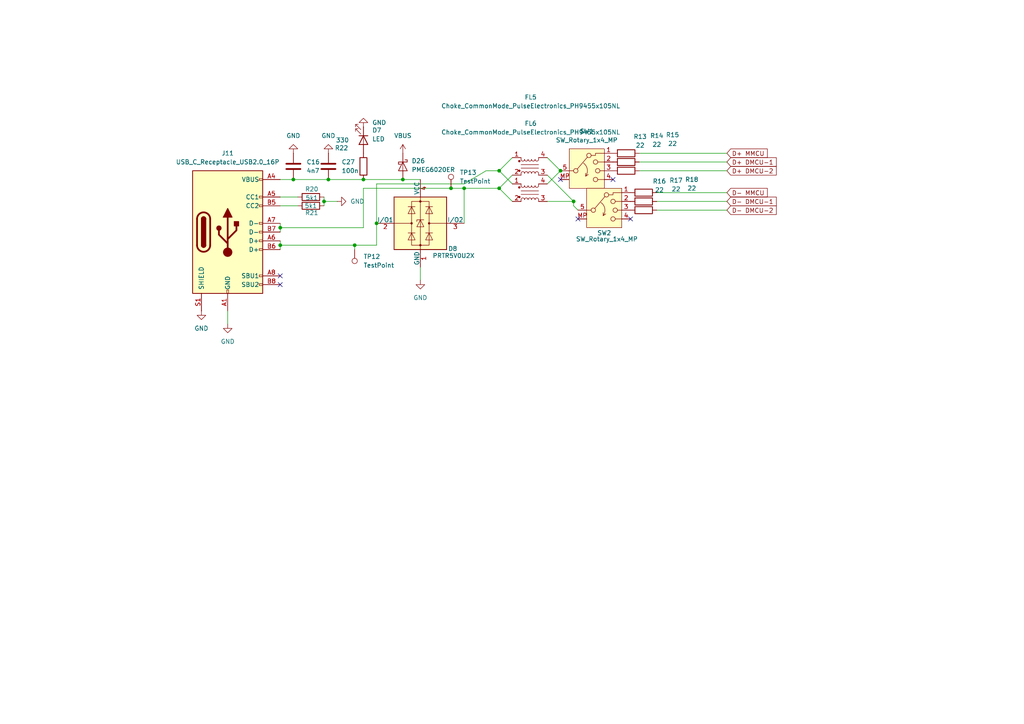
<source format=kicad_sch>
(kicad_sch (version 20250114) (generator "eeschema") (generator_version "9.0")
  (paper "A4")
  (lib_symbols
    (symbol "Connector:TestPoint" (pin_numbers (hide yes)) (pin_names (offset 0.762) (hide yes))
      (property "Reference" "TP" (at 0 6.858 0))
      (property "Value" "TestPoint" (at 0 5.08 0))
      (symbol "TestPoint_0_1"
        (circle (center 0 3.302) (radius 0.762))
      )
      (symbol "TestPoint_1_1"
        (pin passive line (at 0 0 90) (length 2.54) (name "1") (number "1"))
      )
    )
    (symbol "Connector:USB_C_Receptacle_USB2.0_16P" (pin_names (offset 1.016))
      (property "Reference" "J" (at 0 22.225 0))
      (property "Value" "USB_C_Receptacle_USB2.0_16P" (at 0 19.685 0))
      (symbol "USB_C_Receptacle_USB2.0_16P_0_0"
        (rectangle (start -0.254 -17.78) (end 0.254 -16.764))
        (rectangle (start 10.16 15.494) (end 9.144 14.986))
        (rectangle (start 10.16 10.414) (end 9.144 9.906))
        (rectangle (start 10.16 7.874) (end 9.144 7.366))
        (rectangle (start 10.16 2.794) (end 9.144 2.286))
        (rectangle (start 10.16 0.254) (end 9.144 -0.254))
        (rectangle (start 10.16 -2.286) (end 9.144 -2.794))
        (rectangle (start 10.16 -4.826) (end 9.144 -5.334))
        (rectangle (start 10.16 -12.446) (end 9.144 -12.954))
        (rectangle (start 10.16 -14.986) (end 9.144 -15.494))
      )
      (symbol "USB_C_Receptacle_USB2.0_16P_0_1"
        (rectangle (start -10.16 17.78) (end 10.16 -17.78) (stroke (width 0.254)) (fill (type background)))
        (polyline (pts (xy -8.89 -3.81) (xy -8.89 3.81)) (stroke (width 0.508)))
        (rectangle (start -7.62 -3.81) (end -6.35 3.81) (stroke (width 0.254)) (fill (type outline)))
        (arc (start -7.62 3.81) (mid -6.985 4.4423) (end -6.35 3.81) (stroke (width 0.254)))
        (arc (start -7.62 3.81) (mid -6.985 4.4423) (end -6.35 3.81) (stroke (width 0.254)) (fill (type outline)))
        (arc (start -8.89 3.81) (mid -6.985 5.7067) (end -5.08 3.81) (stroke (width 0.508)))
        (arc (start -5.08 -3.81) (mid -6.985 -5.7067) (end -8.89 -3.81) (stroke (width 0.508)))
        (arc (start -6.35 -3.81) (mid -6.985 -4.4423) (end -7.62 -3.81) (stroke (width 0.254)))
        (arc (start -6.35 -3.81) (mid -6.985 -4.4423) (end -7.62 -3.81) (stroke (width 0.254)) (fill (type outline)))
        (polyline (pts (xy -5.08 3.81) (xy -5.08 -3.81)) (stroke (width 0.508)))
        (circle (center -2.54 1.143) (radius 0.635) (stroke (width 0.254)) (fill (type outline)))
        (polyline (pts (xy -1.27 4.318) (xy 0 6.858) (xy 1.27 4.318) (xy -1.27 4.318)) (stroke (width 0.254)) (fill (type outline)))
        (polyline (pts (xy 0 -2.032) (xy 2.54 0.508) (xy 2.54 1.778)) (stroke (width 0.508)))
        (polyline (pts (xy 0 -3.302) (xy -2.54 -0.762) (xy -2.54 0.508)) (stroke (width 0.508)))
        (polyline (pts (xy 0 -5.842) (xy 0 4.318)) (stroke (width 0.508)))
        (circle (center 0 -5.842) (radius 1.27) (fill (type outline)))
        (rectangle (start 1.905 1.778) (end 3.175 3.048) (stroke (width 0.254)) (fill (type outline)))
      )
      (symbol "USB_C_Receptacle_USB2.0_16P_1_1"
        (pin passive line (at -7.62 -22.86 90) (length 5.08) (name "SHIELD") (number "S1"))
        (pin passive line (at 0 -22.86 90) (length 5.08) (name "GND") (number "A1"))
        (pin passive line (at 0 -22.86 90) (length 5.08) (hide yes) (name "GND") (number "A12"))
        (pin passive line (at 0 -22.86 90) (length 5.08) (hide yes) (name "GND") (number "B1"))
        (pin passive line (at 0 -22.86 90) (length 5.08) (hide yes) (name "GND") (number "B12"))
        (pin passive line (at 15.24 15.24 180) (length 5.08) (name "VBUS") (number "A4"))
        (pin passive line (at 15.24 15.24 180) (length 5.08) (hide yes) (name "VBUS") (number "A9"))
        (pin passive line (at 15.24 15.24 180) (length 5.08) (hide yes) (name "VBUS") (number "B4"))
        (pin passive line (at 15.24 15.24 180) (length 5.08) (hide yes) (name "VBUS") (number "B9"))
        (pin bidirectional line (at 15.24 10.16 180) (length 5.08) (name "CC1") (number "A5"))
        (pin bidirectional line (at 15.24 7.62 180) (length 5.08) (name "CC2") (number "B5"))
        (pin bidirectional line (at 15.24 2.54 180) (length 5.08) (name "D-") (number "A7"))
        (pin bidirectional line (at 15.24 0 180) (length 5.08) (name "D-") (number "B7"))
        (pin bidirectional line (at 15.24 -2.54 180) (length 5.08) (name "D+") (number "A6"))
        (pin bidirectional line (at 15.24 -5.08 180) (length 5.08) (name "D+") (number "B6"))
        (pin bidirectional line (at 15.24 -12.7 180) (length 5.08) (name "SBU1") (number "A8"))
        (pin bidirectional line (at 15.24 -15.24 180) (length 5.08) (name "SBU2") (number "B8"))
      )
    )
    (symbol "Device:C" (pin_numbers (hide yes)) (pin_names (offset 0.254))
      (property "Reference" "C" (at 0.635 2.54 0))
      (property "Value" "C" (at 0.635 -2.54 0))
      (symbol "C_0_1"
        (polyline (pts (xy -2.032 0.762) (xy 2.032 0.762)) (stroke (width 0.508)))
        (polyline (pts (xy -2.032 -0.762) (xy 2.032 -0.762)) (stroke (width 0.508)))
      )
      (symbol "C_1_1"
        (pin passive line (at 0 3.81 270) (length 2.794) (name "~") (number "1"))
        (pin passive line (at 0 -3.81 90) (length 2.794) (name "~") (number "2"))
      )
    )
    (symbol "Device:LED" (pin_numbers (hide yes)) (pin_names (offset 1.016) (hide yes))
      (property "Reference" "D" (at 0 2.54 0))
      (property "Value" "LED" (at 0 -2.54 0))
      (symbol "LED_0_1"
        (polyline (pts (xy -3.048 -0.762) (xy -4.572 -2.286) (xy -3.81 -2.286) (xy -4.572 -2.286) (xy -4.572 -1.524)))
        (polyline (pts (xy -1.778 -0.762) (xy -3.302 -2.286) (xy -2.54 -2.286) (xy -3.302 -2.286) (xy -3.302 -1.524)))
        (polyline (pts (xy -1.27 0) (xy 1.27 0)))
        (polyline (pts (xy -1.27 -1.27) (xy -1.27 1.27)) (stroke (width 0.254)))
        (polyline (pts (xy 1.27 -1.27) (xy 1.27 1.27) (xy -1.27 0) (xy 1.27 -1.27)) (stroke (width 0.254)))
      )
      (symbol "LED_1_1"
        (pin passive line (at -3.81 0 0) (length 2.54) (name "K") (number "1"))
        (pin passive line (at 3.81 0 180) (length 2.54) (name "A") (number "2"))
      )
    )
    (symbol "Device:R" (pin_numbers (hide yes)) (pin_names (offset 0))
      (property "Reference" "R" (at 2.032 0 90))
      (property "Value" "R" (at 0 0 90))
      (symbol "R_0_1"
        (rectangle (start -1.016 -2.54) (end 1.016 2.54) (stroke (width 0.254)))
      )
      (symbol "R_1_1"
        (pin passive line (at 0 3.81 270) (length 1.27) (name "~") (number "1"))
        (pin passive line (at 0 -3.81 90) (length 1.27) (name "~") (number "2"))
      )
    )
    (symbol "Diode:PMEG6020ER" (pin_numbers (hide yes)) (pin_names (hide yes))
      (property "Reference" "D" (at 0 2.54 0))
      (property "Value" "PMEG6020ER" (at 0 -2.54 0))
      (symbol "PMEG6020ER_0_1"
        (polyline (pts (xy -1.905 0.635) (xy -1.905 1.27) (xy -1.27 1.27) (xy -1.27 -1.27) (xy -0.635 -1.27) (xy -0.635 -0.635)) (stroke (width 0.2032)))
        (polyline (pts (xy 1.27 1.27) (xy 1.27 -1.27) (xy -1.27 0) (xy 1.27 1.27)) (stroke (width 0.2032)))
        (polyline (pts (xy 1.27 0) (xy -1.27 0)))
      )
      (symbol "PMEG6020ER_1_1"
        (pin passive line (at -3.81 0 0) (length 2.54) (name "K") (number "1"))
        (pin passive line (at 3.81 0 180) (length 2.54) (name "A") (number "2"))
      )
    )
    (symbol "Filter:Choke_CommonMode_PulseElectronics_PH9455x105NL" (pin_names (hide yes))
      (property "Reference" "FL" (at 0 5.08 0))
      (property "Value" "Choke_CommonMode_PulseElectronics_PH9455x105NL" (at 0 -5.08 0))
      (symbol "Choke_CommonMode_PulseElectronics_PH9455x105NL_1_1"
        (circle (center -3.048 1.524) (radius 0.254) (fill (type outline)))
        (circle (center -3.048 -1.27) (radius 0.254) (fill (type outline)))
        (polyline (pts (xy -2.54 2.032) (xy -2.54 2.54)))
        (polyline (pts (xy -2.54 0.508) (xy 2.54 0.508)))
        (polyline (pts (xy -2.54 -2.032) (xy -2.54 -2.54)))
        (arc (start -1.524 2.032) (mid -2.032 1.5262) (end -2.54 2.032))
        (arc (start -2.54 -2.032) (mid -2.032 -1.5262) (end -1.524 -2.032))
        (arc (start -0.508 2.032) (mid -1.016 1.5262) (end -1.524 2.032))
        (arc (start -1.524 -2.032) (mid -1.016 -1.5262) (end -0.508 -2.032))
        (arc (start 0.508 2.032) (mid 0 1.5262) (end -0.508 2.032))
        (arc (start -0.508 -2.032) (mid 0 -1.5262) (end 0.508 -2.032))
        (arc (start 1.524 2.032) (mid 1.016 1.5262) (end 0.508 2.032))
        (arc (start 0.508 -2.032) (mid 1.016 -1.5262) (end 1.524 -2.032))
        (arc (start 2.54 2.032) (mid 2.032 1.5262) (end 1.524 2.032))
        (arc (start 1.524 -2.032) (mid 2.032 -1.5262) (end 2.54 -2.032))
        (polyline (pts (xy 2.54 2.54) (xy 2.54 2.032)))
        (polyline (pts (xy 2.54 -0.508) (xy -2.54 -0.508)))
        (polyline (pts (xy 2.54 -2.032) (xy 2.54 -2.54)))
        (pin passive line (at -5.08 2.54 0) (length 2.54) (name "1") (number "1"))
        (pin passive line (at -5.08 -2.54 0) (length 2.54) (name "2") (number "2"))
        (pin passive line (at 5.08 2.54 180) (length 2.54) (name "4") (number "4"))
        (pin passive line (at 5.08 -2.54 180) (length 2.54) (name "3") (number "3"))
      )
    )
    (symbol "Power_Protection:PRTR5V0U2X" (pin_names (offset 0))
      (property "Reference" "D" (at 2.794 8.636 0))
      (property "Value" "PRTR5V0U2X" (at 8.128 -9.398 0))
      (symbol "PRTR5V0U2X_0_1"
        (rectangle (start -7.62 -7.62) (end 7.62 7.62) (stroke (width 0.254)) (fill (type background)))
        (polyline (pts (xy -3.556 2.794) (xy -1.524 2.794) (xy -2.54 4.826) (xy -3.556 2.794)))
        (polyline (pts (xy -3.556 -4.826) (xy -1.524 -4.826) (xy -2.54 -2.794) (xy -3.556 -4.826)))
        (rectangle (start -2.54 6.35) (end 2.54 -6.35))
        (circle (center -2.54 0) (radius 0.254) (fill (type outline)))
        (polyline (pts (xy -2.54 0) (xy -7.62 0)))
        (polyline (pts (xy -1.524 4.826) (xy -3.556 4.826)))
        (polyline (pts (xy -1.524 -2.794) (xy -3.556 -2.794)))
        (polyline (pts (xy -1.016 -1.016) (xy 1.016 -1.016) (xy 0 1.016) (xy -1.016 -1.016)))
        (circle (center 0 6.35) (radius 0.254) (fill (type outline)))
        (circle (center 0 -6.35) (radius 0.254) (fill (type outline)))
        (polyline (pts (xy 0 -7.62) (xy 0 7.62)))
        (polyline (pts (xy 1.016 1.016) (xy -1.016 1.016) (xy -1.016 0.508)))
        (polyline (pts (xy 1.524 4.826) (xy 3.556 4.826)))
        (polyline (pts (xy 1.524 -2.794) (xy 3.556 -2.794)))
        (polyline (pts (xy 2.54 0) (xy 7.62 0)))
        (circle (center 2.54 0) (radius 0.254) (fill (type outline)))
        (polyline (pts (xy 3.556 2.794) (xy 1.524 2.794) (xy 2.54 4.826) (xy 3.556 2.794)))
        (polyline (pts (xy 3.556 -4.826) (xy 1.524 -4.826) (xy 2.54 -2.794) (xy 3.556 -4.826)))
      )
      (symbol "PRTR5V0U2X_1_1"
        (pin passive line (at -12.7 0 0) (length 5.08) (name "I/O1") (number "2"))
        (pin passive line (at 0 12.7 270) (length 5.08) (name "VCC") (number "4"))
        (pin passive line (at 0 -12.7 90) (length 5.08) (name "GND") (number "1"))
        (pin passive line (at 12.7 0 180) (length 5.08) (name "I/O2") (number "3"))
      )
    )
    (symbol "Switch:SW_Rotary_1x4_MP" (pin_names (hide yes))
      (property "Reference" "SW" (at 0 7.62 0))
      (property "Value" "SW_Rotary_1x4_MP" (at 8.89 -6.35 0))
      (symbol "SW_Rotary_1x4_MP_0_1"
        (polyline (pts (xy -5.08 0) (xy -3.81 0)))
        (circle (center -3.175 0) (radius 0.635))
        (polyline (pts (xy -2.7432 0.508) (xy 0.2032 3.9624)))
        (arc (start -0.9526 2.2225) (mid 0.154 0.449) (end -0.3176 -1.5875))
        (polyline (pts (xy -0.3176 -1.5875) (xy -0.3176 -0.6985)))
        (polyline (pts (xy -0.3176 -1.5875) (xy -0.3176 -1.5875)))
        (polyline (pts (xy -0.3176 -1.5875) (xy 0.4444 -1.0795)))
        (polyline (pts (xy 0.3174 -1.5875) (xy 0.3174 -1.5875)))
        (circle (center 0.635 4.445) (radius 0.635))
        (circle (center 2.54 2.54) (radius 0.635))
        (circle (center 2.54 -2.54) (radius 0.635))
        (circle (center 3.175 0) (radius 0.635))
        (polyline (pts (xy 5.08 5.08) (xy 2.54 5.08) (xy 2.54 4.445) (xy 1.27 4.445)))
        (polyline (pts (xy 5.08 2.54) (xy 3.175 2.54)))
        (polyline (pts (xy 5.08 0) (xy 3.81 0)))
        (polyline (pts (xy 5.08 -2.54) (xy 3.175 -2.54)))
      )
      (symbol "SW_Rotary_1x4_MP_1_1"
        (polyline (pts (xy -5.08 6.35) (xy 5.08 6.35) (xy 5.08 -5.08) (xy -5.08 -5.08) (xy -5.08 6.35) (xy -5.08 6.35)) (fill (type background)))
        (pin passive line (at -7.62 0 0) (length 2.54) (name "") (number "5"))
        (pin passive line (at -7.62 -2.54 0) (length 2.54) (name "") (number "MP"))
        (pin passive line (at 7.62 5.08 180) (length 2.54) (name "") (number "1"))
        (pin passive line (at 7.62 2.54 180) (length 2.54) (name "") (number "2"))
        (pin passive line (at 7.62 0 180) (length 2.54) (name "") (number "3"))
        (pin passive line (at 7.62 -2.54 180) (length 2.54) (name "") (number "4"))
      )
    )
    (symbol "power:GND" (power) (pin_numbers (hide yes)) (pin_names (offset 0) (hide yes))
      (property "Value" "GND" (at 0 -3.81 0))
      (symbol "GND_0_1"
        (polyline (pts (xy 0 0) (xy 0 -1.27) (xy 1.27 -1.27) (xy 0 -2.54) (xy -1.27 -1.27) (xy 0 -1.27)))
      )
      (symbol "GND_1_1"
        (pin power_in line (at 0 0 270) (length 0) (name "~") (number "1"))
      )
    )
    (symbol "power:VBUS" (power) (pin_numbers (hide yes)) (pin_names (offset 0) (hide yes))
      (property "Value" "VBUS" (at 0 3.556 0))
      (symbol "VBUS_0_1"
        (polyline (pts (xy -0.762 1.27) (xy 0 2.54)))
        (polyline (pts (xy 0 2.54) (xy 0.762 1.27)))
        (polyline (pts (xy 0 0) (xy 0 2.54)))
      )
      (symbol "VBUS_1_1"
        (pin power_in line (at 0 0 90) (length 0) (name "~") (number "1"))
      )
    )
  )
  (junction (at 81.28 71.12))
  (junction (at 95.25 52.07))
  (junction (at 102.87 71.12))
  (junction (at 134.62 54.61))
  (junction (at 85.09 52.07))
  (junction (at 144.78 49.53))
  (junction (at 130.81 54.61))
  (junction (at 162.56 49.53))
  (junction (at 109.22 64.77))
  (junction (at 116.84 52.07))
  (junction (at 81.28 66.04))
  (junction (at 93.98 58.42))
  (junction (at 166.37 58.42))
  (junction (at 144.78 54.61))
  (junction (at 105.41 52.07))
  (no_connect (at 167.64 63.5))
  (no_connect (at 81.28 82.55))
  (no_connect (at 177.8 52.07))
  (no_connect (at 81.28 80.01))
  (no_connect (at 182.88 63.5))
  (no_connect (at 162.56 52.07))
  (wire (pts (xy 81.28 66.04) (xy 81.28 67.31)))
  (wire (pts (xy 210.82 46.99) (xy 185.42 46.99)))
  (wire (pts (xy 144.78 54.61) (xy 148.59 58.42)))
  (wire (pts (xy 109.22 53.34) (xy 134.62 53.34)))
  (wire (pts (xy 93.98 58.42) (xy 97.79 58.42)))
  (wire (pts (xy 144.78 49.53) (xy 148.59 45.72)))
  (wire (pts (xy 144.78 54.61) (xy 148.59 50.8)))
  (wire (pts (xy 93.98 57.15) (xy 93.98 58.42)))
  (wire (pts (xy 95.25 52.07) (xy 105.41 52.07)))
  (wire (pts (xy 109.22 64.77) (xy 109.22 53.34)))
  (wire (pts (xy 158.75 50.8) (xy 166.37 58.42)))
  (wire (pts (xy 130.81 54.61) (xy 134.62 54.61)))
  (wire (pts (xy 121.92 77.47) (xy 121.92 81.28)))
  (wire (pts (xy 81.28 57.15) (xy 86.36 57.15)))
  (wire (pts (xy 81.28 71.12) (xy 102.87 71.12)))
  (wire (pts (xy 210.82 44.45) (xy 185.42 44.45)))
  (wire (pts (xy 81.28 52.07) (xy 85.09 52.07)))
  (wire (pts (xy 81.28 69.85) (xy 81.28 71.12)))
  (wire (pts (xy 105.41 54.61) (xy 130.81 54.61)))
  (wire (pts (xy 85.09 52.07) (xy 95.25 52.07)))
  (wire (pts (xy 144.78 49.53) (xy 148.59 53.34)))
  (wire (pts (xy 105.41 66.04) (xy 105.41 54.61)))
  (wire (pts (xy 166.37 59.69) (xy 166.37 58.42)))
  (wire (pts (xy 105.41 52.07) (xy 116.84 52.07)))
  (wire (pts (xy 66.04 93.98) (xy 66.04 90.17)))
  (wire (pts (xy 166.37 59.69) (xy 167.64 60.96)))
  (wire (pts (xy 134.62 54.61) (xy 144.78 54.61)))
  (wire (pts (xy 116.84 52.07) (xy 121.92 52.07)))
  (wire (pts (xy 134.62 53.34) (xy 140.97 49.53)))
  (wire (pts (xy 81.28 66.04) (xy 105.41 66.04)))
  (wire (pts (xy 81.28 59.69) (xy 86.36 59.69)))
  (wire (pts (xy 81.28 64.77) (xy 81.28 66.04)))
  (wire (pts (xy 140.97 49.53) (xy 144.78 49.53)))
  (wire (pts (xy 102.87 72.39) (xy 102.87 71.12)))
  (wire (pts (xy 109.22 71.12) (xy 109.22 64.77)))
  (wire (pts (xy 210.82 55.88) (xy 190.5 55.88)))
  (wire (pts (xy 158.75 53.34) (xy 162.56 49.53)))
  (wire (pts (xy 134.62 54.61) (xy 134.62 64.77)))
  (wire (pts (xy 210.82 58.42) (xy 190.5 58.42)))
  (wire (pts (xy 102.87 71.12) (xy 109.22 71.12)))
  (wire (pts (xy 158.75 45.72) (xy 162.56 49.53)))
  (wire (pts (xy 158.75 58.42) (xy 166.37 58.42)))
  (wire (pts (xy 93.98 58.42) (xy 93.98 59.69)))
  (wire (pts (xy 210.82 49.53) (xy 185.42 49.53)))
  (wire (pts (xy 81.28 71.12) (xy 81.28 72.39)))
  (wire (pts (xy 210.82 60.96) (xy 190.5 60.96)))
  (global_label "D+ DMCU-1" (shape input) (at 210.82 46.99 0) (property "Intersheetrefs" "${INTERSHEET_REFS}" (effects (hide yes))))
  (global_label "D- DMCU-2" (shape input) (at 210.82 60.96 0) (property "Intersheetrefs" "${INTERSHEET_REFS}" (effects (hide yes))))
  (global_label "D+ MMCU" (shape input) (at 210.82 44.45 0) (property "Intersheetrefs" "${INTERSHEET_REFS}" (effects (hide yes))))
  (global_label "D- MMCU" (shape input) (at 210.82 55.88 0) (property "Intersheetrefs" "${INTERSHEET_REFS}" (effects (hide yes))))
  (global_label "D- DMCU-1" (shape input) (at 210.82 58.42 0) (property "Intersheetrefs" "${INTERSHEET_REFS}" (effects (hide yes))))
  (global_label "D+ DMCU-2" (shape input) (at 210.82 49.53 0) (property "Intersheetrefs" "${INTERSHEET_REFS}" (effects (hide yes))))
  (symbol (lib_id "Device:R") (at 186.69 58.42 90) (unit 1)
    (property "Reference" "R17" (at 196.088 52.324 90))
    (property "Value" "22" (at 196.088 54.864 90))
    (property "Footprint" "Resistor_SMD:R_0603_1608Metric" (effects (hide yes)))
    (property "Description" "Resistor" (effects (hide yes)))
  )
  (symbol (lib_id "Device:R") (at 105.41 48.26 0) (unit 1)
    (property "Reference" "R22" (at 99.06 42.926 0))
    (property "Value" "330" (at 99.314 40.64 0))
    (property "Footprint" "Resistor_SMD:R_0603_1608Metric" (effects (hide yes)))
    (property "Description" "Resistor" (effects (hide yes)))
  )
  (symbol (lib_id "Diode:PMEG6020ER") (at 116.84 48.26 270) (unit 1)
    (property "Reference" "D26" (at 119.38 46.6724 90) (effects (justify left)))
    (property "Value" "PMEG6020ER" (at 119.38 49.2124 90) (effects (justify left)))
    (property "Footprint" "Diode_SMD:Nexperia_CFP3_SOD-123W" (effects (hide yes)))
    (property "Datasheet" "https://assets.nexperia.com/documents/data-sheet/PMEG6020ER.pdf" (effects (hide yes)))
    (property "Description" "60V, 2A low Vf MEGA Schottky barrier rectifier, SOD-123W" (effects (hide yes)))
  )
  (symbol (lib_id "power:GND") (at 58.42 90.17 0) (unit 1)
    (property "Reference" "#PWR070" (effects (hide yes)))
    (property "Value" "GND" (at 58.42 95.25 0))
    (property "Description" "Power symbol creates a global label with name \"GND\" , ground" (effects (hide yes)))
  )
  (symbol (lib_id "power:GND") (at 95.25 44.45 180) (unit 1)
    (property "Reference" "#PWR072" (effects (hide yes)))
    (property "Value" "GND" (at 95.25 39.37 0))
    (property "Description" "Power symbol creates a global label with name \"GND\" , ground" (effects (hide yes)))
  )
  (symbol (lib_id "Device:R") (at 90.17 59.69 90) (unit 1)
    (property "Reference" "R21" (at 90.424 61.722 90))
    (property "Value" "5k1" (at 90.17 59.69 90))
    (property "Footprint" "Resistor_SMD:R_0603_1608Metric" (effects (hide yes)))
    (property "Description" "Resistor" (effects (hide yes)))
  )
  (symbol (lib_id "power:GND") (at 97.79 58.42 90) (unit 1)
    (property "Reference" "#PWR0169" (effects (hide yes)))
    (property "Value" "GND" (at 101.6 58.4199 90) (effects (justify right)))
    (property "Description" "Power symbol creates a global label with name \"GND\" , ground" (effects (hide yes)))
  )
  (symbol (lib_id "power:GND") (at 121.92 81.28 0) (unit 1)
    (property "Reference" "#PWR0175" (effects (hide yes)))
    (property "Value" "GND" (at 121.92 86.36 0))
    (property "Description" "Power symbol creates a global label with name \"GND\" , ground" (effects (hide yes)))
  )
  (symbol (lib_id "Switch:SW_Rotary_1x4_MP") (at 175.26 60.96 0) (unit 1)
    (property "Reference" "SW2" (at 175.26 67.564 0))
    (property "Value" "SW_Rotary_1x4_MP" (at 176.022 69.342 0))
    (property "Description" "Rotary switch 1x4, SP4T with mount point" (effects (hide yes)))
  )
  (symbol (lib_id "Device:LED") (at 105.41 40.64 270) (unit 1)
    (property "Reference" "D7" (at 107.95 37.7824 90) (effects (justify left)))
    (property "Value" "LED" (at 107.95 40.3224 90) (effects (justify left)))
    (property "Footprint" "LED_SMD:LED_0201_0603Metric" (effects (hide yes)))
    (property "Description" "Light emitting diode" (effects (hide yes)))
    (property "Sim.Pins" "1=K 2=A" (effects (hide yes)))
  )
  (symbol (lib_id "power:GND") (at 66.04 93.98 0) (unit 1)
    (property "Reference" "#PWR0154" (effects (hide yes)))
    (property "Value" "GND" (at 66.04 99.06 0))
    (property "Description" "Power symbol creates a global label with name \"GND\" , ground" (effects (hide yes)))
  )
  (symbol (lib_id "Device:R") (at 186.69 55.88 90) (unit 1)
    (property "Reference" "R16" (at 191.262 52.578 90))
    (property "Value" "22" (at 191.262 55.118 90))
    (property "Footprint" "Resistor_SMD:R_0603_1608Metric" (effects (hide yes)))
    (property "Description" "Resistor" (effects (hide yes)))
  )
  (symbol (lib_id "Device:R") (at 181.61 49.53 90) (unit 1)
    (property "Reference" "R15" (at 195.072 39.116 90))
    (property "Value" "22" (at 195.072 41.656 90))
    (property "Footprint" "Resistor_SMD:R_0603_1608Metric" (effects (hide yes)))
    (property "Description" "Resistor" (effects (hide yes)))
  )
  (symbol (lib_id "Device:C") (at 85.09 48.26 0) (unit 1)
    (property "Reference" "C16" (at 88.9 46.9899 0) (effects (justify left)))
    (property "Value" "4n7" (at 88.9 49.5299 0) (effects (justify left)))
    (property "Footprint" "Capacitor_SMD:C_0201_0603Metric" (effects (hide yes)))
    (property "Description" "Unpolarized capacitor" (effects (hide yes)))
  )
  (symbol (lib_id "Device:R") (at 181.61 44.45 90) (unit 1)
    (property "Reference" "R13" (at 185.674 39.624 90))
    (property "Value" "22" (at 185.674 42.164 90))
    (property "Footprint" "Resistor_SMD:R_0603_1608Metric" (effects (hide yes)))
    (property "Description" "Resistor" (effects (hide yes)))
  )
  (symbol (lib_id "Power_Protection:PRTR5V0U2X") (at 121.92 64.77 0) (unit 1)
    (property "Reference" "D8" (at 131.318 72.136 0))
    (property "Value" "PRTR5V0U2X" (at 131.572 74.168 0))
    (property "Footprint" "Package_TO_SOT_SMD:SOT-143" (effects (hide yes)))
    (property "Datasheet" "https://assets.nexperia.com/documents/data-sheet/PRTR5V0U2X.pdf" (effects (hide yes)))
    (property "Description" "Ultra low capacitance double rail-to-rail ESD protection diode, SOT-143" (effects (hide yes)))
  )
  (symbol (lib_id "power:VBUS") (at 116.84 44.45 0) (unit 1)
    (property "Reference" "#PWR0170" (effects (hide yes)))
    (property "Value" "VBUS" (at 116.84 39.37 0))
    (property "Description" "Power symbol creates a global label with name \"VBUS\"" (effects (hide yes)))
  )
  (symbol (lib_id "Filter:Choke_CommonMode_PulseElectronics_PH9455x105NL") (at 153.67 55.88 0) (unit 1)
    (property "Reference" "FL6" (at 153.924 35.814 0))
    (property "Value" "Choke_CommonMode_PulseElectronics_PH9455x105NL" (at 153.924 38.354 0))
    (property "Footprint" "Inductor_THT:L_CommonMode_PulseElectronics_PH9455x105NL_1" (effects (hide yes)))
    (property "Datasheet" "https://productfinder.pulseelectronics.com/api/open/product-attachments/datasheet/ph9455.105nl" (effects (hide yes)))
    (property "Description" "Common mode choke, 22A, 380VAC, 1mH, 2.1 mOhm, PH9455x105NL" (effects (hide yes)))
  )
  (symbol (lib_id "Device:R") (at 181.61 46.99 90) (unit 1)
    (property "Reference" "R14" (at 190.5 39.37 90))
    (property "Value" "22" (at 190.5 41.91 90))
    (property "Footprint" "Resistor_SMD:R_0603_1608Metric" (effects (hide yes)))
    (property "Description" "Resistor" (effects (hide yes)))
  )
  (symbol (lib_id "Connector:TestPoint") (at 102.87 72.39 180) (unit 1)
    (property "Reference" "TP12" (at 105.41 74.4219 0) (effects (justify right)))
    (property "Value" "TestPoint" (at 105.41 76.9619 0) (effects (justify right)))
    (property "Footprint" "TestPoint:TestPoint_Pad_1.0x1.0mm" (effects (hide yes)))
    (property "Description" "test point" (effects (hide yes)))
  )
  (symbol (lib_id "Device:R") (at 90.17 57.15 90) (unit 1)
    (property "Reference" "R20" (at 90.424 54.864 90))
    (property "Value" "5k1" (at 90.424 57.404 90))
    (property "Footprint" "Resistor_SMD:R_0603_1608Metric" (effects (hide yes)))
    (property "Description" "Resistor" (effects (hide yes)))
  )
  (symbol (lib_id "Filter:Choke_CommonMode_PulseElectronics_PH9455x105NL") (at 153.67 48.26 0) (unit 1)
    (property "Reference" "FL5" (at 153.924 28.194 0))
    (property "Value" "Choke_CommonMode_PulseElectronics_PH9455x105NL" (at 153.924 30.734 0))
    (property "Footprint" "Inductor_THT:L_CommonMode_PulseElectronics_PH9455x105NL_1" (effects (hide yes)))
    (property "Datasheet" "https://productfinder.pulseelectronics.com/api/open/product-attachments/datasheet/ph9455.105nl" (effects (hide yes)))
    (property "Description" "Common mode choke, 22A, 380VAC, 1mH, 2.1 mOhm, PH9455x105NL" (effects (hide yes)))
  )
  (symbol (lib_id "Connector:USB_C_Receptacle_USB2.0_16P") (at 66.04 67.31 0) (unit 1)
    (property "Reference" "J11" (at 66.04 44.45 0))
    (property "Value" "USB_C_Receptacle_USB2.0_16P" (at 66.04 46.99 0))
    (property "Footprint" "Connector_USB:USB_C_Receptacle_Amphenol_124019772112A" (effects (hide yes)))
    (property "Datasheet" "https://www.usb.org/sites/default/files/documents/usb_type-c.zip" (effects (hide yes)))
    (property "Description" "USB 2.0-only 16P Type-C Receptacle connector" (effects (hide yes)))
  )
  (symbol (lib_id "Device:R") (at 186.69 60.96 90) (unit 1)
    (property "Reference" "R18" (at 200.66 52.07 90))
    (property "Value" "22" (at 200.66 54.61 90))
    (property "Footprint" "Resistor_SMD:R_0603_1608Metric" (effects (hide yes)))
    (property "Description" "Resistor" (effects (hide yes)))
  )
  (symbol (lib_id "power:GND") (at 85.09 44.45 180) (unit 1)
    (property "Reference" "#PWR071" (effects (hide yes)))
    (property "Value" "GND" (at 85.09 39.37 0))
    (property "Description" "Power symbol creates a global label with name \"GND\" , ground" (effects (hide yes)))
  )
  (symbol (lib_id "Connector:TestPoint") (at 130.81 54.61 0) (unit 1)
    (property "Reference" "TP13" (at 133.35 50.0379 0) (effects (justify left)))
    (property "Value" "TestPoint" (at 133.35 52.5779 0) (effects (justify left)))
    (property "Footprint" "TestPoint:TestPoint_Pad_1.0x1.0mm" (effects (hide yes)))
    (property "Description" "test point" (effects (hide yes)))
  )
  (symbol (lib_id "Device:C") (at 95.25 48.26 0) (unit 1)
    (property "Reference" "C27" (at 99.06 46.9899 0) (effects (justify left)))
    (property "Value" "100n" (at 99.06 49.5299 0) (effects (justify left)))
    (property "Footprint" "Capacitor_SMD:C_0201_0603Metric" (effects (hide yes)))
    (property "Description" "Unpolarized capacitor" (effects (hide yes)))
  )
  (symbol (lib_id "Switch:SW_Rotary_1x4_MP") (at 170.18 49.53 0) (unit 1)
    (property "Reference" "SW1" (at 170.18 38.1 0))
    (property "Value" "SW_Rotary_1x4_MP" (at 170.18 40.64 0))
    (property "Description" "Rotary switch 1x4, SP4T with mount point" (effects (hide yes)))
  )
  (symbol (lib_id "power:GND") (at 105.41 36.83 180) (unit 1)
    (property "Reference" "#PWR0187" (effects (hide yes)))
    (property "Value" "GND" (at 107.95 35.5599 0) (effects (justify right)))
    (property "Description" "Power symbol creates a global label with name \"GND\" , ground" (effects (hide yes)))
  )
)
</source>
